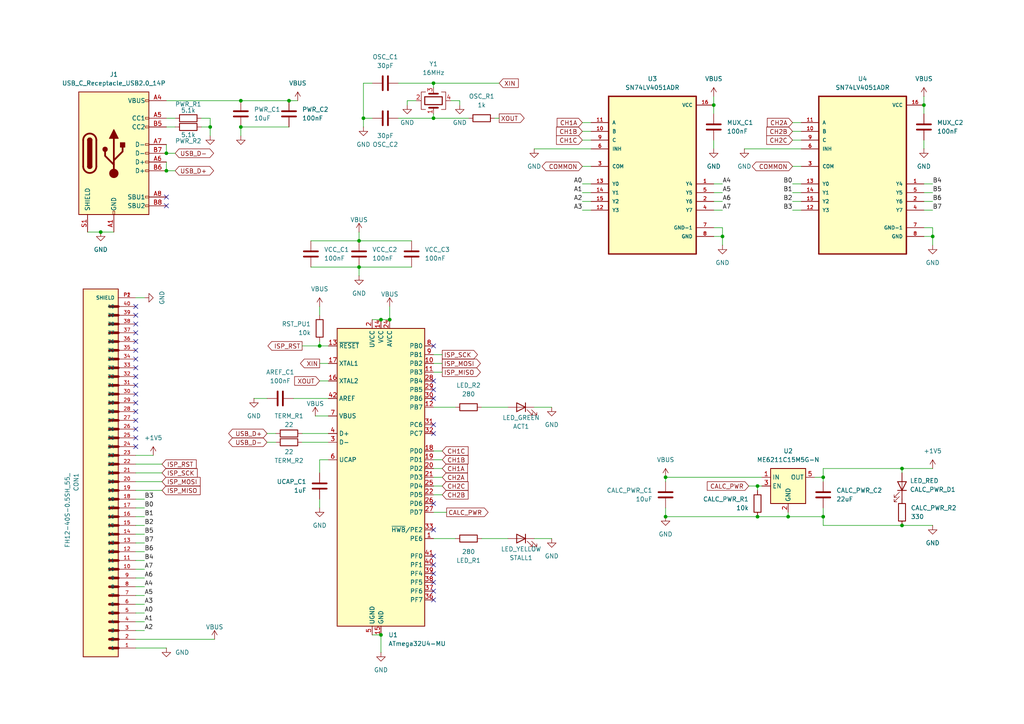
<source format=kicad_sch>
(kicad_sch (version 20250114) (generator "eeschema") (generator_version "9.0")
  (paper "A4")
  (lib_symbols
    (symbol "Connector:USB_C_Receptacle_USB2.0_16P" (pin_names (offset 1.016))
      (property "Reference" "J" (at 0 22.225 0))
      (property "Value" "USB_C_Receptacle_USB2.0_16P" (at 0 19.685 0))
      (symbol "USB_C_Receptacle_USB2.0_16P_1_1"
        (pin passive line (at -7.62 -22.86 90) (length 5.08) (name "SHIELD") (number "S1"))
        (pin passive line (at 0 -22.86 90) (length 5.08) (name "GND") (number "A1"))
        (pin passive line (at 0 -22.86 90) (length 5.08) (hide yes) (name "GND") (number "A12"))
        (pin passive line (at 0 -22.86 90) (length 5.08) (hide yes) (name "GND") (number "B1"))
        (pin passive line (at 0 -22.86 90) (length 5.08) (hide yes) (name "GND") (number "B12"))
        (pin passive line (at 15.24 15.24 180) (length 5.08) (name "VBUS") (number "A4"))
        (pin passive line (at 15.24 15.24 180) (length 5.08) (hide yes) (name "VBUS") (number "A9"))
        (pin passive line (at 15.24 15.24 180) (length 5.08) (hide yes) (name "VBUS") (number "B4"))
        (pin passive line (at 15.24 15.24 180) (length 5.08) (hide yes) (name "VBUS") (number "B9"))
        (pin bidirectional line (at 15.24 10.16 180) (length 5.08) (name "CC1") (number "A5"))
        (pin bidirectional line (at 15.24 7.62 180) (length 5.08) (name "CC2") (number "B5"))
        (pin bidirectional line (at 15.24 2.54 180) (length 5.08) (name "D-") (number "A7"))
        (pin bidirectional line (at 15.24 0 180) (length 5.08) (name "D-") (number "B7"))
        (pin bidirectional line (at 15.24 -2.54 180) (length 5.08) (name "D+") (number "A6"))
        (pin bidirectional line (at 15.24 -5.08 180) (length 5.08) (name "D+") (number "B6"))
        (pin bidirectional line (at 15.24 -12.7 180) (length 5.08) (name "SBU1") (number "A8"))
        (pin bidirectional line (at 15.24 -15.24 180) (length 5.08) (name "SBU2") (number "B8"))
      )
    )
    (symbol "Device:C" (pin_numbers (hide yes)) (pin_names (offset 0.254))
      (property "Reference" "C" (at 0.635 2.54 0))
      (property "Value" "C" (at 0.635 -2.54 0))
      (symbol "C_1_1"
        (pin passive line (at 0 3.81 270) (length 2.794) (name "~") (number "1"))
        (pin passive line (at 0 -3.81 90) (length 2.794) (name "~") (number "2"))
      )
    )
    (symbol "Device:Crystal_GND24" (pin_names (offset 1.016) (hide yes))
      (property "Reference" "Y" (at 3.175 5.08 0))
      (property "Value" "Crystal_GND24" (at 3.175 3.175 0))
      (symbol "Crystal_GND24_1_1"
        (pin passive line (at -3.81 0 0) (length 1.27) (name "1") (number "1"))
        (pin passive line (at 0 5.08 270) (length 1.27) (name "2") (number "2"))
        (pin passive line (at 0 -5.08 90) (length 1.27) (name "4") (number "4"))
        (pin passive line (at 3.81 0 180) (length 1.27) (name "3") (number "3"))
      )
    )
    (symbol "Device:LED" (pin_numbers (hide yes)) (pin_names (offset 1.016) (hide yes))
      (property "Reference" "D" (at 0 2.54 0))
      (property "Value" "LED" (at 0 -2.54 0))
      (symbol "LED_1_1"
        (pin passive line (at -3.81 0 0) (length 2.54) (name "K") (number "1"))
        (pin passive line (at 3.81 0 180) (length 2.54) (name "A") (number "2"))
      )
    )
    (symbol "Device:R" (pin_numbers (hide yes)) (pin_names (offset 0))
      (property "Reference" "R" (at 2.032 0 90))
      (property "Value" "R" (at 0 0 90))
      (symbol "R_1_1"
        (pin passive line (at 0 3.81 270) (length 1.27) (name "~") (number "1"))
        (pin passive line (at 0 -3.81 90) (length 1.27) (name "~") (number "2"))
      )
    )
    (symbol "FH12-40S-0.5SH_55_:FH12-40S-0.5SH_55_" (pin_names (offset 1.016))
      (property "Reference" "P" (at 0 53.4116 0))
      (property "Value" "FH12-40S-0.5SH_55_" (at 0 -55.8878 0))
      (symbol "FH12-40S-0.5SH_55__0_0"
        (pin passive line (at -5.08 50.8 0) (length 5.08) (name "1") (number "1"))
        (pin passive line (at -5.08 48.26 0) (length 5.08) (name "2") (number "2"))
        (pin passive line (at -5.08 45.72 0) (length 5.08) (name "3") (number "3"))
        (pin passive line (at -5.08 43.18 0) (length 5.08) (name "4") (number "4"))
        (pin passive line (at -5.08 40.64 0) (length 5.08) (name "5") (number "5"))
        (pin passive line (at -5.08 38.1 0) (length 5.08) (name "6") (number "6"))
        (pin passive line (at -5.08 35.56 0) (length 5.08) (name "7") (number "7"))
        (pin passive line (at -5.08 33.02 0) (length 5.08) (name "8") (number "8"))
        (pin passive line (at -5.08 30.48 0) (length 5.08) (name "9") (number "9"))
        (pin passive line (at -5.08 27.94 0) (length 5.08) (name "10") (number "10"))
        (pin passive line (at -5.08 25.4 0) (length 5.08) (name "11") (number "11"))
        (pin passive line (at -5.08 22.86 0) (length 5.08) (name "12") (number "12"))
        (pin passive line (at -5.08 20.32 0) (length 5.08) (name "13") (number "13"))
        (pin passive line (at -5.08 17.78 0) (length 5.08) (name "14") (number "14"))
        (pin passive line (at -5.08 15.24 0) (length 5.08) (name "15") (number "15"))
        (pin passive line (at -5.08 12.7 0) (length 5.08) (name "16") (number "16"))
        (pin passive line (at -5.08 10.16 0) (length 5.08) (name "17") (number "17"))
        (pin passive line (at -5.08 7.62 0) (length 5.08) (name "18") (number "18"))
        (pin passive line (at -5.08 5.08 0) (length 5.08) (name "19") (number "19"))
        (pin passive line (at -5.08 2.54 0) (length 5.08) (name "20") (number "20"))
        (pin passive line (at -5.08 0 0) (length 5.08) (name "21") (number "21"))
        (pin passive line (at -5.08 -2.54 0) (length 5.08) (name "22") (number "22"))
        (pin passive line (at -5.08 -5.08 0) (length 5.08) (name "23") (number "23"))
        (pin passive line (at -5.08 -7.62 0) (length 5.08) (name "24") (number "24"))
        (pin passive line (at -5.08 -10.16 0) (length 5.08) (name "25") (number "25"))
        (pin passive line (at -5.08 -12.7 0) (length 5.08) (name "26") (number "26"))
        (pin passive line (at -5.08 -15.24 0) (length 5.08) (name "27") (number "27"))
        (pin passive line (at -5.08 -17.78 0) (length 5.08) (name "28") (number "28"))
        (pin passive line (at -5.08 -20.32 0) (length 5.08) (name "29") (number "29"))
        (pin passive line (at -5.08 -22.86 0) (length 5.08) (name "30") (number "30"))
        (pin passive line (at -5.08 -25.4 0) (length 5.08) (name "31") (number "31"))
        (pin passive line (at -5.08 -27.94 0) (length 5.08) (name "32") (number "32"))
        (pin passive line (at -5.08 -30.48 0) (length 5.08) (name "33") (number "33"))
        (pin passive line (at -5.08 -33.02 0) (length 5.08) (name "34") (number "34"))
        (pin passive line (at -5.08 -35.56 0) (length 5.08) (name "35") (number "35"))
        (pin passive line (at -5.08 -38.1 0) (length 5.08) (name "36") (number "36"))
        (pin passive line (at -5.08 -40.64 0) (length 5.08) (name "37") (number "37"))
        (pin passive line (at -5.08 -43.18 0) (length 5.08) (name "38") (number "38"))
        (pin passive line (at -5.08 -45.72 0) (length 5.08) (name "39") (number "39"))
        (pin passive line (at -5.08 -48.26 0) (length 5.08) (name "40") (number "40"))
        (pin passive line (at -5.08 -50.8 0) (length 5.08) (name "SHIELD") (number "P1"))
        (pin passive line (at -5.08 -50.8 0) (length 5.08) (name "SHIELD") (number "P2"))
      )
    )
    (symbol "MCU_Microchip_ATmega:ATmega32U4-A"
      (property "Reference" "U" (at -12.7 44.45 0))
      (property "Value" "ATmega32U4-A" (at 2.54 -44.45 0))
      (symbol "ATmega32U4-A_1_1"
        (pin input line (at -15.24 38.1 0) (length 2.54) (name "~{RESET}") (number "13"))
        (pin input line (at -15.24 33.02 0) (length 2.54) (name "XTAL1") (number "17"))
        (pin output line (at -15.24 27.94 0) (length 2.54) (name "XTAL2") (number "16"))
        (pin passive line (at -15.24 22.86 0) (length 2.54) (name "AREF") (number "42"))
        (pin input line (at -15.24 17.78 0) (length 2.54) (name "VBUS") (number "7"))
        (pin bidirectional line (at -15.24 12.7 0) (length 2.54) (name "D+") (number "4"))
        (pin bidirectional line (at -15.24 10.16 0) (length 2.54) (name "D-") (number "3"))
        (pin passive line (at -15.24 5.08 0) (length 2.54) (name "UCAP") (number "6"))
        (pin power_in line (at -2.54 45.72 270) (length 2.54) (name "UVCC") (number "2"))
        (pin passive line (at -2.54 -45.72 90) (length 2.54) (name "UGND") (number "5"))
        (pin power_in line (at 0 45.72 270) (length 2.54) (name "VCC") (number "14"))
        (pin passive line (at 0 45.72 270) (length 2.54) (hide yes) (name "VCC") (number "34"))
        (pin power_in line (at 0 -45.72 90) (length 2.54) (name "GND") (number "15"))
        (pin passive line (at 0 -45.72 90) (length 2.54) (hide yes) (name "GND") (number "23"))
        (pin passive line (at 0 -45.72 90) (length 2.54) (hide yes) (name "GND") (number "35"))
        (pin passive line (at 0 -45.72 90) (length 2.54) (hide yes) (name "GND") (number "43"))
        (pin power_in line (at 2.54 45.72 270) (length 2.54) (name "AVCC") (number "24"))
        (pin passive line (at 2.54 45.72 270) (length 2.54) (hide yes) (name "AVCC") (number "44"))
        (pin bidirectional line (at 15.24 38.1 180) (length 2.54) (name "PB0") (number "8"))
        (pin bidirectional line (at 15.24 35.56 180) (length 2.54) (name "PB1") (number "9"))
        (pin bidirectional line (at 15.24 33.02 180) (length 2.54) (name "PB2") (number "10"))
        (pin bidirectional line (at 15.24 30.48 180) (length 2.54) (name "PB3") (number "11"))
        (pin bidirectional line (at 15.24 27.94 180) (length 2.54) (name "PB4") (number "28"))
        (pin bidirectional line (at 15.24 25.4 180) (length 2.54) (name "PB5") (number "29"))
        (pin bidirectional line (at 15.24 22.86 180) (length 2.54) (name "PB6") (number "30"))
        (pin bidirectional line (at 15.24 20.32 180) (length 2.54) (name "PB7") (number "12"))
        (pin bidirectional line (at 15.24 15.24 180) (length 2.54) (name "PC6") (number "31"))
        (pin bidirectional line (at 15.24 12.7 180) (length 2.54) (name "PC7") (number "32"))
        (pin bidirectional line (at 15.24 7.62 180) (length 2.54) (name "PD0") (number "18"))
        (pin bidirectional line (at 15.24 5.08 180) (length 2.54) (name "PD1") (number "19"))
        (pin bidirectional line (at 15.24 2.54 180) (length 2.54) (name "PD2") (number "20"))
        (pin bidirectional line (at 15.24 0 180) (length 2.54) (name "PD3") (number "21"))
        (pin bidirectional line (at 15.24 -2.54 180) (length 2.54) (name "PD4") (number "25"))
        (pin bidirectional line (at 15.24 -5.08 180) (length 2.54) (name "PD5") (number "22"))
        (pin bidirectional line (at 15.24 -7.62 180) (length 2.54) (name "PD6") (number "26"))
        (pin bidirectional line (at 15.24 -10.16 180) (length 2.54) (name "PD7") (number "27"))
        (pin bidirectional line (at 15.24 -15.24 180) (length 2.54) (name "~{HWB}/PE2") (number "33"))
        (pin bidirectional line (at 15.24 -17.78 180) (length 2.54) (name "PE6") (number "1"))
        (pin bidirectional line (at 15.24 -22.86 180) (length 2.54) (name "PF0") (number "41"))
        (pin bidirectional line (at 15.24 -25.4 180) (length 2.54) (name "PF1") (number "40"))
        (pin bidirectional line (at 15.24 -27.94 180) (length 2.54) (name "PF4") (number "39"))
        (pin bidirectional line (at 15.24 -30.48 180) (length 2.54) (name "PF5") (number "38"))
        (pin bidirectional line (at 15.24 -33.02 180) (length 2.54) (name "PF6") (number "37"))
        (pin bidirectional line (at 15.24 -35.56 180) (length 2.54) (name "PF7") (number "36"))
      )
    )
    (symbol "Regulator_Linear:TPS7A0515PDBV"
      (property "Reference" "U" (at -3.81 6.35 0))
      (property "Value" "TPS7A0515PDBV" (at 6.35 6.35 0))
      (symbol "TPS7A0515PDBV_0_1"
        (pin power_in line (at -7.62 2.54 0) (length 2.54) (name "IN") (number "1"))
        (pin input line (at -7.62 0 0) (length 2.54) (name "EN") (number "3"))
        (pin power_in line (at 0 -7.62 90) (length 2.54) (name "GND") (number "2"))
        (pin no_connect line (at 5.08 0 180) (length 2.54) (hide yes) (name "NC") (number "4"))
        (pin power_out line (at 7.62 2.54 180) (length 2.54) (name "OUT") (number "5"))
      )
    )
    (symbol "SN74LV4051ADR:SN74LV4051ADR" (pin_names (offset 1.016))
      (property "Reference" "U" (at -12.7 23.86 0))
      (property "Value" "SN74LV4051ADR" (at -12.7 -26.86 0))
      (symbol "SN74LV4051ADR_0_0"
        (pin input line (at -17.78 15.24 0) (length 5.08) (name "A") (number "11"))
        (pin input line (at -17.78 12.7 0) (length 5.08) (name "B") (number "10"))
        (pin input line (at -17.78 10.16 0) (length 5.08) (name "C") (number "9"))
        (pin input line (at -17.78 7.62 0) (length 5.08) (name "INH") (number "6"))
        (pin bidirectional line (at -17.78 2.54 0) (length 5.08) (name "COM") (number "3"))
        (pin bidirectional line (at -17.78 -2.54 0) (length 5.08) (name "Y0") (number "13"))
        (pin bidirectional line (at -17.78 -5.08 0) (length 5.08) (name "Y1") (number "14"))
        (pin bidirectional line (at -17.78 -7.62 0) (length 5.08) (name "Y2") (number "15"))
        (pin bidirectional line (at -17.78 -10.16 0) (length 5.08) (name "Y3") (number "12"))
        (pin power_in line (at 17.78 20.32 180) (length 5.08) (name "VCC") (number "16"))
        (pin bidirectional line (at 17.78 -2.54 180) (length 5.08) (name "Y4") (number "1"))
        (pin bidirectional line (at 17.78 -5.08 180) (length 5.08) (name "Y5") (number "5"))
        (pin bidirectional line (at 17.78 -7.62 180) (length 5.08) (name "Y6") (number "2"))
        (pin bidirectional line (at 17.78 -10.16 180) (length 5.08) (name "Y7") (number "4"))
        (pin power_in line (at 17.78 -15.24 180) (length 5.08) (name "GND-1") (number "7"))
        (pin power_in line (at 17.78 -17.78 180) (length 5.08) (name "GND") (number "8"))
      )
    )
    (symbol "power:+1V5" (power) (pin_numbers (hide yes)) (pin_names (offset 0) (hide yes))
      (property "Value" "+1V5" (at 0 3.556 0))
      (symbol "+1V5_1_1"
        (pin power_in line (at 0 0 90) (length 0) (name "~") (number "1"))
      )
    )
    (symbol "power:GND" (power) (pin_numbers (hide yes)) (pin_names (offset 0) (hide yes))
      (property "Value" "GND" (at 0 -3.81 0))
      (symbol "GND_1_1"
        (pin power_in line (at 0 0 270) (length 0) (name "~") (number "1"))
      )
    )
    (symbol "power:VBUS" (power) (pin_numbers (hide yes)) (pin_names (offset 0) (hide yes))
      (property "Value" "VBUS" (at 0 3.556 0))
      (symbol "VBUS_1_1"
        (pin power_in line (at 0 0 90) (length 0) (name "~") (number "1"))
      )
    )
  )
  (junction (at 113.03 92.71))
  (junction (at 83.82 29.21))
  (junction (at 270.51 68.58))
  (junction (at 48.26 49.53))
  (junction (at 209.55 68.58))
  (junction (at 125.73 24.13))
  (junction (at 110.49 184.15))
  (junction (at 267.97 30.48))
  (junction (at 219.71 140.97))
  (junction (at 238.76 149.86))
  (junction (at 92.71 100.33))
  (junction (at 105.41 34.29))
  (junction (at 228.6 149.86))
  (junction (at 69.85 29.21))
  (junction (at 60.96 36.83))
  (junction (at 69.85 36.83))
  (junction (at 48.26 44.45))
  (junction (at 207.01 30.48))
  (junction (at 110.49 92.71))
  (junction (at 125.73 34.29))
  (junction (at 261.62 135.89))
  (junction (at 104.14 69.85))
  (junction (at 219.71 149.86))
  (junction (at 261.62 152.4))
  (junction (at 193.04 138.43))
  (junction (at 29.21 67.31))
  (junction (at 104.14 77.47))
  (junction (at 238.76 138.43))
  (junction (at 193.04 149.86))
  (no_connect (at 39.37 114.3))
  (no_connect (at 39.37 121.92))
  (no_connect (at 125.73 100.33))
  (no_connect (at 39.37 101.6))
  (no_connect (at 125.73 173.99))
  (no_connect (at 39.37 91.44))
  (no_connect (at 39.37 99.06))
  (no_connect (at 125.73 113.03))
  (no_connect (at 125.73 123.19))
  (no_connect (at 39.37 119.38))
  (no_connect (at 48.26 59.69))
  (no_connect (at 39.37 96.52))
  (no_connect (at 39.37 124.46))
  (no_connect (at 125.73 146.05))
  (no_connect (at 39.37 106.68))
  (no_connect (at 39.37 129.54))
  (no_connect (at 125.73 161.29))
  (no_connect (at 125.73 125.73))
  (no_connect (at 125.73 163.83))
  (no_connect (at 39.37 104.14))
  (no_connect (at 39.37 109.22))
  (no_connect (at 125.73 166.37))
  (no_connect (at 125.73 115.57))
  (no_connect (at 39.37 111.76))
  (no_connect (at 125.73 171.45))
  (no_connect (at 48.26 57.15))
  (no_connect (at 125.73 168.91))
  (no_connect (at 125.73 153.67))
  (no_connect (at 39.37 88.9))
  (no_connect (at 39.37 93.98))
  (no_connect (at 39.37 116.84))
  (no_connect (at 39.37 127))
  (no_connect (at 125.73 110.49))
  (wire (pts (xy 267.97 30.48) (xy 267.97 33.02)))
  (wire (pts (xy 46.99 137.16) (xy 39.37 137.16)))
  (wire (pts (xy 267.97 53.34) (xy 270.51 53.34)))
  (wire (pts (xy 73.66 115.57) (xy 77.47 115.57)))
  (wire (pts (xy 41.91 180.34) (xy 39.37 180.34)))
  (wire (pts (xy 168.91 55.88) (xy 171.45 55.88)))
  (wire (pts (xy 41.91 144.78) (xy 39.37 144.78)))
  (wire (pts (xy 207.01 60.96) (xy 209.55 60.96)))
  (wire (pts (xy 105.41 34.29) (xy 107.95 34.29)))
  (wire (pts (xy 118.11 29.21) (xy 118.11 30.48)))
  (wire (pts (xy 207.01 43.18) (xy 207.01 40.64)))
  (wire (pts (xy 128.27 140.97) (xy 125.73 140.97)))
  (wire (pts (xy 46.99 134.62) (xy 39.37 134.62)))
  (wire (pts (xy 41.91 157.48) (xy 39.37 157.48)))
  (wire (pts (xy 41.91 165.1) (xy 39.37 165.1)))
  (wire (pts (xy 39.37 132.08) (xy 44.45 132.08)))
  (wire (pts (xy 69.85 36.83) (xy 69.85 39.37)))
  (wire (pts (xy 267.97 55.88) (xy 270.51 55.88)))
  (wire (pts (xy 41.91 172.72) (xy 39.37 172.72)))
  (wire (pts (xy 92.71 100.33) (xy 95.25 100.33)))
  (wire (pts (xy 229.87 58.42) (xy 232.41 58.42)))
  (wire (pts (xy 87.63 128.27) (xy 95.25 128.27)))
  (wire (pts (xy 87.63 125.73) (xy 95.25 125.73)))
  (wire (pts (xy 168.91 48.26) (xy 171.45 48.26)))
  (wire (pts (xy 39.37 185.42) (xy 62.23 185.42)))
  (wire (pts (xy 238.76 135.89) (xy 261.62 135.89)))
  (wire (pts (xy 229.87 48.26) (xy 232.41 48.26)))
  (wire (pts (xy 128.27 143.51) (xy 125.73 143.51)))
  (wire (pts (xy 92.71 137.16) (xy 92.71 133.35)))
  (wire (pts (xy 128.27 138.43) (xy 125.73 138.43)))
  (wire (pts (xy 154.94 43.18) (xy 171.45 43.18)))
  (wire (pts (xy 228.6 149.86) (xy 238.76 149.86)))
  (wire (pts (xy 129.54 148.59) (xy 125.73 148.59)))
  (wire (pts (xy 267.97 27.94) (xy 267.97 30.48)))
  (wire (pts (xy 92.71 88.9) (xy 92.71 91.44)))
  (wire (pts (xy 229.87 40.64) (xy 232.41 40.64)))
  (wire (pts (xy 125.73 156.21) (xy 132.08 156.21)))
  (wire (pts (xy 77.47 125.73) (xy 80.01 125.73)))
  (wire (pts (xy 139.7 118.11) (xy 147.32 118.11)))
  (wire (pts (xy 238.76 152.4) (xy 261.62 152.4)))
  (wire (pts (xy 60.96 39.37) (xy 60.96 36.83)))
  (wire (pts (xy 92.71 144.78) (xy 92.71 147.32)))
  (wire (pts (xy 125.73 105.41) (xy 128.27 105.41)))
  (wire (pts (xy 107.95 92.71) (xy 110.49 92.71)))
  (wire (pts (xy 229.87 38.1) (xy 232.41 38.1)))
  (wire (pts (xy 207.01 27.94) (xy 207.01 30.48)))
  (wire (pts (xy 77.47 128.27) (xy 80.01 128.27)))
  (wire (pts (xy 105.41 36.83) (xy 105.41 34.29)))
  (wire (pts (xy 267.97 60.96) (xy 270.51 60.96)))
  (wire (pts (xy 168.91 60.96) (xy 171.45 60.96)))
  (wire (pts (xy 91.44 120.65) (xy 95.25 120.65)))
  (wire (pts (xy 110.49 92.71) (xy 113.03 92.71)))
  (wire (pts (xy 267.97 66.04) (xy 270.51 66.04)))
  (wire (pts (xy 270.51 68.58) (xy 270.51 71.12)))
  (wire (pts (xy 193.04 149.86) (xy 193.04 147.32)))
  (wire (pts (xy 115.57 24.13) (xy 125.73 24.13)))
  (wire (pts (xy 143.51 34.29) (xy 144.78 34.29)))
  (wire (pts (xy 60.96 34.29) (xy 60.96 36.83)))
  (wire (pts (xy 217.17 140.97) (xy 219.71 140.97)))
  (wire (pts (xy 219.71 149.86) (xy 228.6 149.86)))
  (wire (pts (xy 104.14 77.47) (xy 104.14 80.01)))
  (wire (pts (xy 168.91 40.64) (xy 171.45 40.64)))
  (wire (pts (xy 107.95 184.15) (xy 110.49 184.15)))
  (wire (pts (xy 104.14 67.31) (xy 104.14 69.85)))
  (wire (pts (xy 128.27 133.35) (xy 125.73 133.35)))
  (wire (pts (xy 104.14 77.47) (xy 119.38 77.47)))
  (wire (pts (xy 219.71 142.24) (xy 219.71 140.97)))
  (wire (pts (xy 48.26 44.45) (xy 50.8 44.45)))
  (wire (pts (xy 238.76 139.7) (xy 238.76 138.43)))
  (wire (pts (xy 219.71 140.97) (xy 220.98 140.97)))
  (wire (pts (xy 125.73 107.95) (xy 128.27 107.95)))
  (wire (pts (xy 154.94 118.11) (xy 160.02 118.11)))
  (wire (pts (xy 41.91 86.36) (xy 39.37 86.36)))
  (wire (pts (xy 41.91 182.88) (xy 39.37 182.88)))
  (wire (pts (xy 238.76 152.4) (xy 238.76 149.86)))
  (wire (pts (xy 90.17 77.47) (xy 104.14 77.47)))
  (wire (pts (xy 41.91 152.4) (xy 39.37 152.4)))
  (wire (pts (xy 41.91 175.26) (xy 39.37 175.26)))
  (wire (pts (xy 238.76 149.86) (xy 238.76 147.32)))
  (wire (pts (xy 270.51 66.04) (xy 270.51 68.58)))
  (wire (pts (xy 267.97 58.42) (xy 270.51 58.42)))
  (wire (pts (xy 41.91 177.8) (xy 39.37 177.8)))
  (wire (pts (xy 41.91 154.94) (xy 39.37 154.94)))
  (wire (pts (xy 110.49 184.15) (xy 110.49 189.23)))
  (wire (pts (xy 209.55 68.58) (xy 209.55 71.12)))
  (wire (pts (xy 238.76 138.43) (xy 236.22 138.43)))
  (wire (pts (xy 125.73 102.87) (xy 128.27 102.87)))
  (wire (pts (xy 41.91 149.86) (xy 39.37 149.86)))
  (wire (pts (xy 193.04 139.7) (xy 193.04 138.43)))
  (wire (pts (xy 125.73 118.11) (xy 132.08 118.11)))
  (wire (pts (xy 85.09 115.57) (xy 95.25 115.57)))
  (wire (pts (xy 215.9 43.18) (xy 232.41 43.18)))
  (wire (pts (xy 29.21 67.31) (xy 33.02 67.31)))
  (wire (pts (xy 105.41 24.13) (xy 105.41 34.29)))
  (wire (pts (xy 25.4 67.31) (xy 29.21 67.31)))
  (wire (pts (xy 48.26 36.83) (xy 50.8 36.83)))
  (wire (pts (xy 261.62 152.4) (xy 270.51 152.4)))
  (wire (pts (xy 238.76 135.89) (xy 238.76 138.43)))
  (wire (pts (xy 90.17 69.85) (xy 104.14 69.85)))
  (wire (pts (xy 193.04 149.86) (xy 219.71 149.86)))
  (wire (pts (xy 209.55 66.04) (xy 209.55 68.58)))
  (wire (pts (xy 133.35 29.21) (xy 133.35 30.48)))
  (wire (pts (xy 105.41 24.13) (xy 107.95 24.13)))
  (wire (pts (xy 261.62 135.89) (xy 270.51 135.89)))
  (wire (pts (xy 228.6 149.86) (xy 228.6 148.59)))
  (wire (pts (xy 120.65 29.21) (xy 118.11 29.21)))
  (wire (pts (xy 39.37 187.96) (xy 48.26 187.96)))
  (wire (pts (xy 125.73 34.29) (xy 115.57 34.29)))
  (wire (pts (xy 41.91 170.18) (xy 39.37 170.18)))
  (wire (pts (xy 41.91 162.56) (xy 39.37 162.56)))
  (wire (pts (xy 46.99 139.7) (xy 39.37 139.7)))
  (wire (pts (xy 58.42 34.29) (xy 60.96 34.29)))
  (wire (pts (xy 48.26 41.91) (xy 48.26 44.45)))
  (wire (pts (xy 207.01 58.42) (xy 209.55 58.42)))
  (wire (pts (xy 46.99 142.24) (xy 39.37 142.24)))
  (wire (pts (xy 128.27 135.89) (xy 125.73 135.89)))
  (wire (pts (xy 261.62 135.89) (xy 261.62 137.16)))
  (wire (pts (xy 168.91 38.1) (xy 171.45 38.1)))
  (wire (pts (xy 48.26 34.29) (xy 50.8 34.29)))
  (wire (pts (xy 60.96 36.83) (xy 58.42 36.83)))
  (wire (pts (xy 125.73 33.02) (xy 125.73 34.29)))
  (wire (pts (xy 168.91 35.56) (xy 171.45 35.56)))
  (wire (pts (xy 125.73 24.13) (xy 144.78 24.13)))
  (wire (pts (xy 154.94 156.21) (xy 160.02 156.21)))
  (wire (pts (xy 125.73 34.29) (xy 135.89 34.29)))
  (wire (pts (xy 267.97 40.64) (xy 267.97 43.18)))
  (wire (pts (xy 48.26 49.53) (xy 50.8 49.53)))
  (wire (pts (xy 139.7 156.21) (xy 147.32 156.21)))
  (wire (pts (xy 69.85 29.21) (xy 83.82 29.21)))
  (wire (pts (xy 92.71 99.06) (xy 92.71 100.33)))
  (wire (pts (xy 267.97 68.58) (xy 270.51 68.58)))
  (wire (pts (xy 229.87 53.34) (xy 232.41 53.34)))
  (wire (pts (xy 207.01 53.34) (xy 209.55 53.34)))
  (wire (pts (xy 92.71 110.49) (xy 95.25 110.49)))
  (wire (pts (xy 168.91 58.42) (xy 171.45 58.42)))
  (wire (pts (xy 113.03 88.9) (xy 113.03 92.71)))
  (wire (pts (xy 130.81 29.21) (xy 133.35 29.21)))
  (wire (pts (xy 207.01 30.48) (xy 207.01 33.02)))
  (wire (pts (xy 229.87 60.96) (xy 232.41 60.96)))
  (wire (pts (xy 87.63 100.33) (xy 92.71 100.33)))
  (wire (pts (xy 128.27 130.81) (xy 125.73 130.81)))
  (wire (pts (xy 41.91 167.64) (xy 39.37 167.64)))
  (wire (pts (xy 125.73 24.13) (xy 125.73 25.4)))
  (wire (pts (xy 48.26 46.99) (xy 48.26 49.53)))
  (wire (pts (xy 104.14 69.85) (xy 119.38 69.85)))
  (wire (pts (xy 207.01 66.04) (xy 209.55 66.04)))
  (wire (pts (xy 48.26 29.21) (xy 69.85 29.21)))
  (wire (pts (xy 41.91 160.02) (xy 39.37 160.02)))
  (wire (pts (xy 168.91 53.34) (xy 171.45 53.34)))
  (wire (pts (xy 193.04 138.43) (xy 220.98 138.43)))
  (wire (pts (xy 41.91 147.32) (xy 39.37 147.32)))
  (wire (pts (xy 83.82 29.21) (xy 86.36 29.21)))
  (wire (pts (xy 92.71 133.35) (xy 95.25 133.35)))
  (wire (pts (xy 92.71 105.41) (xy 95.25 105.41)))
  (wire (pts (xy 207.01 55.88) (xy 209.55 55.88)))
  (wire (pts (xy 207.01 68.58) (xy 209.55 68.58)))
  (wire (pts (xy 229.87 55.88) (xy 232.41 55.88)))
  (wire (pts (xy 69.85 36.83) (xy 83.82 36.83)))
  (wire (pts (xy 229.87 35.56) (xy 232.41 35.56)))
  (label "B6" (at 41.91 160.02 0))
  (label "B2" (at 41.91 152.4 0))
  (label "A4" (at 209.55 53.34 0))
  (label "B5" (at 270.51 55.88 0))
  (label "A3" (at 168.91 60.96 180))
  (label "B0" (at 41.91 147.32 0))
  (label "A1" (at 41.91 180.34 0))
  (label "B7" (at 41.91 157.48 0))
  (label "A4" (at 41.91 170.18 0))
  (label "B7" (at 270.51 60.96 0))
  (label "A2" (at 168.91 58.42 180))
  (label "B4" (at 41.91 162.56 0))
  (label "A0" (at 168.91 53.34 180))
  (label "A7" (at 209.55 60.96 0))
  (label "B6" (at 270.51 58.42 0))
  (label "B3" (at 41.91 144.78 0))
  (label "A0" (at 41.91 177.8 0))
  (label "A5" (at 209.55 55.88 0))
  (label "B2" (at 229.87 58.42 180))
  (label "A6" (at 41.91 167.64 0))
  (label "A6" (at 209.55 58.42 0))
  (label "A1" (at 168.91 55.88 180))
  (label "A2" (at 41.91 182.88 0))
  (label "B3" (at 229.87 60.96 180))
  (label "B4" (at 270.51 53.34 0))
  (label "A5" (at 41.91 172.72 0))
  (label "A7" (at 41.91 165.1 0))
  (label "A3" (at 41.91 175.26 0))
  (label "B1" (at 229.87 55.88 180))
  (label "B0" (at 229.87 53.34 180))
  (label "B1" (at 41.91 149.86 0))
  (label "B5" (at 41.91 154.94 0))
  (global_label "CH2B" (shape input) (at 229.87 38.1 180) (property "Intersheetrefs" "${INTERSHEET_REFS}" (effects (hide yes))))
  (global_label "USB_D+" (shape bidirectional) (at 77.47 125.73 180) (property "Intersheetrefs" "${INTERSHEET_REFS}" (effects (hide yes))))
  (global_label "CH1B" (shape input) (at 128.27 133.35 0) (property "Intersheetrefs" "${INTERSHEET_REFS}" (effects (hide yes))))
  (global_label "XIN" (shape output) (at 92.71 105.41 180) (property "Intersheetrefs" "${INTERSHEET_REFS}" (effects (hide yes))))
  (global_label "USB_D+" (shape bidirectional) (at 50.8 49.53 0) (property "Intersheetrefs" "${INTERSHEET_REFS}" (effects (hide yes))))
  (global_label "ISP_SCK" (shape input) (at 46.99 137.16 0) (property "Intersheetrefs" "${INTERSHEET_REFS}" (effects (hide yes))))
  (global_label "CH2A" (shape input) (at 128.27 138.43 0) (property "Intersheetrefs" "${INTERSHEET_REFS}" (effects (hide yes))))
  (global_label "CH1A" (shape input) (at 128.27 135.89 0) (property "Intersheetrefs" "${INTERSHEET_REFS}" (effects (hide yes))))
  (global_label "CH2B" (shape input) (at 128.27 143.51 0) (property "Intersheetrefs" "${INTERSHEET_REFS}" (effects (hide yes))))
  (global_label "CALC_PWR" (shape output) (at 129.54 148.59 0) (property "Intersheetrefs" "${INTERSHEET_REFS}" (effects (hide yes))))
  (global_label "USB_D-" (shape bidirectional) (at 50.8 44.45 0) (property "Intersheetrefs" "${INTERSHEET_REFS}" (effects (hide yes))))
  (global_label "COMMON" (shape bidirectional) (at 229.87 48.26 180) (property "Intersheetrefs" "${INTERSHEET_REFS}" (effects (hide yes))))
  (global_label "CH2C" (shape input) (at 128.27 140.97 0) (property "Intersheetrefs" "${INTERSHEET_REFS}" (effects (hide yes))))
  (global_label "ISP_MISO" (shape input) (at 46.99 142.24 0) (property "Intersheetrefs" "${INTERSHEET_REFS}" (effects (hide yes))))
  (global_label "XIN" (shape input) (at 144.78 24.13 0) (property "Intersheetrefs" "${INTERSHEET_REFS}" (effects (hide yes))))
  (global_label "ISP_MOSI" (shape output) (at 128.27 105.41 0) (property "Intersheetrefs" "${INTERSHEET_REFS}" (effects (hide yes))))
  (global_label "CH1C" (shape input) (at 128.27 130.81 0) (property "Intersheetrefs" "${INTERSHEET_REFS}" (effects (hide yes))))
  (global_label "ISP_MOSI" (shape input) (at 46.99 139.7 0) (property "Intersheetrefs" "${INTERSHEET_REFS}" (effects (hide yes))))
  (global_label "USB_D-" (shape bidirectional) (at 77.47 128.27 180) (property "Intersheetrefs" "${INTERSHEET_REFS}" (effects (hide yes))))
  (global_label "ISP_RST" (shape output) (at 87.63 100.33 180) (property "Intersheetrefs" "${INTERSHEET_REFS}" (effects (hide yes))))
  (global_label "CH1B" (shape input) (at 168.91 38.1 180) (property "Intersheetrefs" "${INTERSHEET_REFS}" (effects (hide yes))))
  (global_label "ISP_RST" (shape input) (at 46.99 134.62 0) (property "Intersheetrefs" "${INTERSHEET_REFS}" (effects (hide yes))))
  (global_label "XOUT" (shape input) (at 92.71 110.49 180) (property "Intersheetrefs" "${INTERSHEET_REFS}" (effects (hide yes))))
  (global_label "CH1A" (shape input) (at 168.91 35.56 180) (property "Intersheetrefs" "${INTERSHEET_REFS}" (effects (hide yes))))
  (global_label "XOUT" (shape output) (at 144.78 34.29 0) (property "Intersheetrefs" "${INTERSHEET_REFS}" (effects (hide yes))))
  (global_label "CH2A" (shape input) (at 229.87 35.56 180) (property "Intersheetrefs" "${INTERSHEET_REFS}" (effects (hide yes))))
  (global_label "CH2C" (shape input) (at 229.87 40.64 180) (property "Intersheetrefs" "${INTERSHEET_REFS}" (effects (hide yes))))
  (global_label "ISP_SCK" (shape output) (at 128.27 102.87 0) (property "Intersheetrefs" "${INTERSHEET_REFS}" (effects (hide yes))))
  (global_label "CALC_PWR" (shape input) (at 217.17 140.97 180) (property "Intersheetrefs" "${INTERSHEET_REFS}" (effects (hide yes))))
  (global_label "CH1C" (shape input) (at 168.91 40.64 180) (property "Intersheetrefs" "${INTERSHEET_REFS}" (effects (hide yes))))
  (global_label "COMMON" (shape bidirectional) (at 168.91 48.26 180) (property "Intersheetrefs" "${INTERSHEET_REFS}" (effects (hide yes))))
  (global_label "ISP_MISO" (shape output) (at 128.27 107.95 0) (property "Intersheetrefs" "${INTERSHEET_REFS}" (effects (hide yes))))
  (symbol (lib_id "FH12-40S-0.5SH_55_:FH12-40S-0.5SH_55_") (at 34.29 137.16 180) (unit 1)
    (property "Reference" "CON1" (at 22.098 137.16 90) (effects (justify left)))
    (property "Value" "FH12-40S-0.5SH_55_" (at 19.558 137.16 90) (effects (justify left)))
    (property "Footprint" "FH12-40S-0.5SH_55_:HRS_FH12-40S-0.5SH_55_" (effects (hide yes)))
    (property "MF" "Hirose" (effects (hide yes)))
    (property "Description_1" "40 Position FFC, FPC Connector Contacts, Bottom 0.020 (0.50mm) Surface Mount, Right Angle" (effects (hide yes)))
    (property "Package" "None" (effects (hide yes)))
    (property "Price" "None" (effects (hide yes)))
    (property "Check_prices" "https://www.snapeda.com/parts/FH12-40S-0.5SH(55)/Hirose+Electric+Co+Ltd/view-part/?ref=eda" (effects (hide yes)))
    (property "SnapEDA_Link" "https://www.snapeda.com/parts/FH12-40S-0.5SH(55)/Hirose+Electric+Co+Ltd/view-part/?ref=snap" (effects (hide yes)))
    (property "MP" "FH12-40S-0.5SH(55)" (effects (hide yes)))
    (property "Availability" "In Stock" (effects (hide yes)))
    (property "MANUFACTURER" "Hirose Electric Co Ltd" (effects (hide yes)))
  )
  (symbol (lib_id "power:GND") (at 92.71 147.32 0) (unit 1)
    (property "Reference" "#PWR019" (effects (hide yes)))
    (property "Value" "GND" (at 92.71 152.4 0))
    (property "Description" "Power symbol creates a global label with name \"GND\" , ground" (effects (hide yes)))
  )
  (symbol (lib_id "Device:R") (at 83.82 128.27 270) (mirror x) (unit 1)
    (property "Reference" "TERM_R2" (at 83.82 133.604 90))
    (property "Value" "22" (at 83.82 131.064 90))
    (property "Footprint" "Resistor_SMD:R_0402_1005Metric" (effects (hide yes)))
    (property "Description" "Resistor" (effects (hide yes)))
  )
  (symbol (lib_id "power:VBUS") (at 92.71 88.9 0) (unit 1)
    (property "Reference" "#PWR018" (effects (hide yes)))
    (property "Value" "VBUS" (at 92.71 83.82 0))
    (property "Description" "Power symbol creates a global label with name \"VBUS\"" (effects (hide yes)))
  )
  (symbol (lib_id "Regulator_Linear:TPS7A0515PDBV") (at 228.6 140.97 0) (unit 1)
    (property "Reference" "U2" (at 228.6 130.81 0))
    (property "Value" "ME6211C15M5G-N" (at 228.6 133.35 0))
    (property "Footprint" "Package_TO_SOT_SMD:SOT-23-5" (effects (hide yes)))
    (property "Datasheet" "https://www.ti.com/lit/ds/symlink/tps7a05.pdf" (effects (hide yes)))
    (property "Description" "-40℃~+85℃@(Ta) -50dB@(10kHz) 1 1.5V 250mV@(500mA) 25uA 30uVrms 5.5V 500mA Fixed Over Current Protection Positive SOT-23-5 Voltage Regulators - Linear, Low Drop Out (LDO) Regulators ROHS" (effects (hide yes)))
  )
  (symbol (lib_id "Device:C") (at 111.76 34.29 90) (mirror x) (unit 1)
    (property "Reference" "OSC_C2" (at 111.76 41.91 90))
    (property "Value" "30pF" (at 111.76 39.37 90))
    (property "Footprint" "Capacitor_SMD:C_0402_1005Metric" (effects (hide yes)))
    (property "Description" "Unpolarized capacitor" (effects (hide yes)))
  )
  (symbol (lib_id "power:GND") (at 160.02 156.21 0) (unit 1)
    (property "Reference" "#PWR026" (effects (hide yes)))
    (property "Value" "GND" (at 160.02 161.29 0))
    (property "Description" "Power symbol creates a global label with name \"GND\" , ground" (effects (hide yes)))
  )
  (symbol (lib_id "power:GND") (at 104.14 80.01 0) (unit 1)
    (property "Reference" "#PWR022" (effects (hide yes)))
    (property "Value" "GND" (at 104.14 85.09 0))
    (property "Description" "Power symbol creates a global label with name \"GND\" , ground" (effects (hide yes)))
  )
  (symbol (lib_id "power:GND") (at 48.26 187.96 0) (unit 1)
    (property "Reference" "#PWR034" (effects (hide yes)))
    (property "Value" "GND" (at 50.8 189.2299 0) (effects (justify left)))
    (property "Description" "Power symbol creates a global label with name \"GND\" , ground" (effects (hide yes)))
  )
  (symbol (lib_id "Device:C") (at 83.82 33.02 0) (unit 1)
    (property "Reference" "PWR_C2" (at 87.63 31.7499 0) (effects (justify left)))
    (property "Value" "100nF" (at 87.63 34.2899 0) (effects (justify left)))
    (property "Footprint" "Capacitor_SMD:C_0402_1005Metric" (effects (hide yes)))
    (property "Description" "Unpolarized capacitor" (effects (hide yes)))
  )
  (symbol (lib_id "power:VBUS") (at 193.04 138.43 0) (unit 1)
    (property "Reference" "#PWR035" (effects (hide yes)))
    (property "Value" "VBUS" (at 193.04 133.35 0))
    (property "Description" "Power symbol creates a global label with name \"VBUS\"" (effects (hide yes)))
  )
  (symbol (lib_id "power:GND") (at 41.91 86.36 90) (unit 1)
    (property "Reference" "#PWR06" (effects (hide yes)))
    (property "Value" "GND" (at 46.99 86.36 0))
    (property "Description" "Power symbol creates a global label with name \"GND\" , ground" (effects (hide yes)))
  )
  (symbol (lib_id "Device:R") (at 219.71 146.05 0) (mirror y) (unit 1)
    (property "Reference" "CALC_PWR_R1" (at 217.17 144.7799 0) (effects (justify left)))
    (property "Value" "10k" (at 217.17 147.3199 0) (effects (justify left)))
    (property "Footprint" "Capacitor_SMD:C_0402_1005Metric" (effects (hide yes)))
    (property "Description" "Resistor" (effects (hide yes)))
  )
  (symbol (lib_id "power:GND") (at 209.55 71.12 0) (unit 1)
    (property "Reference" "#PWR02" (effects (hide yes)))
    (property "Value" "GND" (at 209.55 76.2 0))
    (property "Description" "Power symbol creates a global label with name \"GND\" , ground" (effects (hide yes)))
  )
  (symbol (lib_id "power:+1V5") (at 270.51 135.89 0) (unit 1)
    (property "Reference" "#PWR043" (effects (hide yes)))
    (property "Value" "+1V5" (at 270.51 130.81 0))
    (property "Description" "Power symbol creates a global label with name \"+1V5\"" (effects (hide yes)))
  )
  (symbol (lib_id "power:VBUS") (at 62.23 185.42 0) (unit 1)
    (property "Reference" "#PWR033" (effects (hide yes)))
    (property "Value" "VBUS" (at 62.23 181.864 0))
    (property "Description" "Power symbol creates a global label with name \"VBUS\"" (effects (hide yes)))
  )
  (symbol (lib_id "power:GND") (at 207.01 43.18 0) (unit 1)
    (property "Reference" "#PWR016" (effects (hide yes)))
    (property "Value" "GND" (at 207.01 48.26 0))
    (property "Description" "Power symbol creates a global label with name \"GND\" , ground" (effects (hide yes)))
  )
  (symbol (lib_id "power:GND") (at 73.66 115.57 0) (unit 1)
    (property "Reference" "#PWR013" (effects (hide yes)))
    (property "Value" "GND" (at 73.66 120.65 0))
    (property "Description" "Power symbol creates a global label with name \"GND\" , ground" (effects (hide yes)))
  )
  (symbol (lib_id "Device:R") (at 92.71 95.25 0) (mirror x) (unit 1)
    (property "Reference" "RST_PU1" (at 90.17 93.9799 0) (effects (justify right)))
    (property "Value" "10k" (at 90.17 96.5199 0) (effects (justify right)))
    (property "Footprint" "Resistor_SMD:R_0402_1005Metric" (effects (hide yes)))
    (property "Description" "Resistor" (effects (hide yes)))
  )
  (symbol (lib_id "power:+1V5") (at 44.45 132.08 0) (unit 1)
    (property "Reference" "#PWR044" (effects (hide yes)))
    (property "Value" "+1V5" (at 44.45 127 0))
    (property "Description" "Power symbol creates a global label with name \"+1V5\"" (effects (hide yes)))
  )
  (symbol (lib_id "power:GND") (at 160.02 118.11 0) (unit 1)
    (property "Reference" "#PWR027" (effects (hide yes)))
    (property "Value" "GND" (at 160.02 123.19 0))
    (property "Description" "Power symbol creates a global label with name \"GND\" , ground" (effects (hide yes)))
  )
  (symbol (lib_id "power:GND") (at 267.97 43.18 0) (unit 1)
    (property "Reference" "#PWR024" (effects (hide yes)))
    (property "Value" "GND" (at 267.97 48.26 0))
    (property "Description" "Power symbol creates a global label with name \"GND\" , ground" (effects (hide yes)))
  )
  (symbol (lib_id "Device:R") (at 261.62 148.59 180) (unit 1)
    (property "Reference" "CALC_PWR_R2" (at 264.16 147.3199 0) (effects (justify right)))
    (property "Value" "330" (at 264.16 149.8599 0) (effects (justify right)))
    (property "Footprint" "Capacitor_SMD:C_0402_1005Metric" (effects (hide yes)))
    (property "Description" "Resistor" (effects (hide yes)))
  )
  (symbol (lib_id "Device:R") (at 83.82 125.73 90) (unit 1)
    (property "Reference" "TERM_R1" (at 83.82 120.65 90))
    (property "Value" "22" (at 83.82 123.19 90))
    (property "Footprint" "Resistor_SMD:R_0402_1005Metric" (effects (hide yes)))
    (property "Description" "Resistor" (effects (hide yes)))
  )
  (symbol (lib_id "power:VBUS") (at 86.36 29.21 0) (unit 1)
    (property "Reference" "#PWR012" (effects (hide yes)))
    (property "Value" "VBUS" (at 86.36 24.13 0))
    (property "Description" "Power symbol creates a global label with name \"VBUS\"" (effects (hide yes)))
  )
  (symbol (lib_id "SN74LV4051ADR:SN74LV4051ADR") (at 250.19 50.8 0) (unit 1)
    (property "Reference" "U4" (at 250.19 22.86 0))
    (property "Value" "SN74LV4051ADR" (at 250.19 25.4 0))
    (property "Footprint" "SN74LV4051ADR:SOIC127P600X175-16N" (effects (hide yes)))
    (property "MF" "Texas Instruments" (effects (hide yes)))
    (property "Description_1" "5V 8:1 one-channel general-purpose analog multiplexer" (effects (hide yes)))
    (property "Package" "SOIC-16 Texas Instruments" (effects (hide yes)))
    (property "Price" "None" (effects (hide yes)))
    (property "SnapEDA_Link" "https://www.snapeda.com/parts/SN74LV4051ADR/Texas+Instruments/view-part/?ref=snap" (effects (hide yes)))
    (property "MP" "SN74LV4051ADR" (effects (hide yes)))
    (property "Availability" "In Stock" (effects (hide yes)))
    (property "Check_prices" "https://www.snapeda.com/parts/SN74LV4051ADR/Texas+Instruments/view-part/?ref=eda" (effects (hide yes)))
  )
  (symbol (lib_id "Device:C") (at 119.38 73.66 0) (unit 1)
    (property "Reference" "VCC_C3" (at 123.19 72.3899 0) (effects (justify left)))
    (property "Value" "100nF" (at 123.19 74.9299 0) (effects (justify left)))
    (property "Footprint" "Capacitor_SMD:C_0402_1005Metric" (effects (hide yes)))
    (property "Description" "Unpolarized capacitor" (effects (hide yes)))
  )
  (symbol (lib_id "power:VBUS") (at 113.03 88.9 0) (unit 1)
    (property "Reference" "#PWR023" (effects (hide yes)))
    (property "Value" "VBUS" (at 113.03 85.344 0))
    (property "Description" "Power symbol creates a global label with name \"VBUS\"" (effects (hide yes)))
  )
  (symbol (lib_id "Device:C") (at 81.28 115.57 270) (unit 1)
    (property "Reference" "AREF_C1" (at 81.28 107.95 90))
    (property "Value" "100nF" (at 81.28 110.49 90))
    (property "Footprint" "Capacitor_SMD:C_0402_1005Metric" (effects (hide yes)))
    (property "Description" "Unpolarized capacitor" (effects (hide yes)))
  )
  (symbol (lib_id "Device:LED") (at 151.13 156.21 0) (mirror y) (unit 1)
    (property "Reference" "STALL1" (at 151.13 161.798 0))
    (property "Value" "LED_YELLOW" (at 151.13 159.258 0))
    (property "Footprint" "LED_SMD:LED_0402_1005Metric" (effects (hide yes)))
    (property "Description" "Light emitting diode" (effects (hide yes)))
    (property "Sim.Pins" "1=K 2=A" (effects (hide yes)))
  )
  (symbol (lib_id "power:VBUS") (at 91.44 120.65 0) (unit 1)
    (property "Reference" "#PWR017" (effects (hide yes)))
    (property "Value" "VBUS" (at 91.44 117.094 0))
    (property "Description" "Power symbol creates a global label with name \"VBUS\"" (effects (hide yes)))
  )
  (symbol (lib_id "MCU_Microchip_ATmega:ATmega32U4-A") (at 110.49 138.43 0) (unit 1)
    (property "Reference" "U1" (at 112.6333 184.15 0) (effects (justify left)))
    (property "Value" "ATmega32U4-MU" (at 112.6333 186.69 0) (effects (justify left)))
    (property "Footprint" "Package_DFN_QFN:QFN-44-1EP_7x7mm_P0.5mm_EP5.15x5.15mm" (effects (hide yes)))
    (property "Datasheet" "http://ww1.microchip.com/downloads/en/DeviceDoc/Atmel-7766-8-bit-AVR-ATmega16U4-32U4_Datasheet.pdf" (effects (hide yes)))
    (property "Description" "16MHz, 32kB Flash, 2.5kB SRAM, 1kB EEPROM, USB 2.0, TQFP-44" (effects (hide yes)))
  )
  (symbol (lib_id "power:GND") (at 133.35 30.48 0) (unit 1)
    (property "Reference" "#PWR07" (effects (hide yes)))
    (property "Value" "GND" (at 133.35 35.56 0))
    (property "Description" "Power symbol creates a global label with name \"GND\" , ground" (effects (hide yes)))
  )
  (symbol (lib_id "Device:LED") (at 151.13 118.11 0) (mirror y) (unit 1)
    (property "Reference" "ACT1" (at 151.13 123.698 0))
    (property "Value" "LED_GREEN" (at 151.13 121.158 0))
    (property "Footprint" "LED_SMD:LED_0402_1005Metric" (effects (hide yes)))
    (property "Description" "Light emitting diode" (effects (hide yes)))
    (property "Sim.Pins" "1=K 2=A" (effects (hide yes)))
  )
  (symbol (lib_id "Device:R") (at 54.61 36.83 90) (unit 1)
    (property "Reference" "PWR_R2" (at 54.61 40.894 90))
    (property "Value" "5.1k" (at 54.61 39.116 90))
    (property "Footprint" "Resistor_SMD:R_0402_1005Metric" (effects (hide yes)))
    (property "Description" "Resistor" (effects (hide yes)))
  )
  (symbol (lib_id "Device:LED") (at 261.62 140.97 270) (mirror x) (unit 1)
    (property "Reference" "CALC_PWR_D1" (at 263.906 141.986 90) (effects (justify left)))
    (property "Value" "LED_RED" (at 263.906 139.446 90) (effects (justify left)))
    (property "Footprint" "LED_SMD:LED_0402_1005Metric" (effects (hide yes)))
    (property "Description" "Light emitting diode" (effects (hide yes)))
    (property "Sim.Pins" "1=K 2=A" (effects (hide yes)))
  )
  (symbol (lib_id "Device:C") (at 111.76 24.13 90) (unit 1)
    (property "Reference" "OSC_C1" (at 111.76 16.51 90))
    (property "Value" "30pF" (at 111.76 19.05 90))
    (property "Footprint" "Capacitor_SMD:C_0402_1005Metric" (effects (hide yes)))
    (property "Description" "Unpolarized capacitor" (effects (hide yes)))
  )
  (symbol (lib_id "Device:R") (at 54.61 34.29 90) (unit 1)
    (property "Reference" "PWR_R1" (at 54.61 30.226 90))
    (property "Value" "5.1k" (at 54.61 32.004 90))
    (property "Footprint" "Resistor_SMD:R_0402_1005Metric" (effects (hide yes)))
    (property "Description" "Resistor" (effects (hide yes)))
  )
  (symbol (lib_id "power:GND") (at 270.51 152.4 0) (unit 1)
    (property "Reference" "#PWR042" (effects (hide yes)))
    (property "Value" "GND" (at 270.51 157.48 0))
    (property "Description" "Power symbol creates a global label with name \"GND\" , ground" (effects (hide yes)))
  )
  (symbol (lib_id "Device:C") (at 193.04 143.51 0) (mirror x) (unit 1)
    (property "Reference" "CALC_PWR_C1" (at 189.23 142.2399 0) (effects (justify right)))
    (property "Value" "10uF" (at 189.23 144.7799 0) (effects (justify right)))
    (property "Footprint" "Capacitor_SMD:C_0603_1608Metric" (effects (hide yes)))
    (property "Description" "Unpolarized capacitor" (effects (hide yes)))
  )
  (symbol (lib_id "power:GND") (at 69.85 39.37 0) (unit 1)
    (property "Reference" "#PWR09" (effects (hide yes)))
    (property "Value" "GND" (effects (hide yes)))
    (property "Description" "Power symbol creates a global label with name \"GND\" , ground" (effects (hide yes)))
  )
  (symbol (lib_id "Device:C") (at 92.71 140.97 0) (mirror y) (unit 1)
    (property "Reference" "UCAP_C1" (at 88.9 139.6999 0) (effects (justify left)))
    (property "Value" "1uF" (at 88.9 142.2399 0) (effects (justify left)))
    (property "Footprint" "Capacitor_SMD:C_0402_1005Metric" (effects (hide yes)))
    (property "Description" "Unpolarized capacitor" (effects (hide yes)))
  )
  (symbol (lib_id "Device:C") (at 207.01 36.83 180) (unit 1)
    (property "Reference" "MUX_C1" (at 210.82 35.5599 0) (effects (justify right)))
    (property "Value" "100nF" (at 210.82 38.0999 0) (effects (justify right)))
    (property "Footprint" "Capacitor_SMD:C_0402_1005Metric" (effects (hide yes)))
    (property "Description" "Unpolarized capacitor" (effects (hide yes)))
  )
  (symbol (lib_id "power:GND") (at 270.51 71.12 0) (unit 1)
    (property "Reference" "#PWR015" (effects (hide yes)))
    (property "Value" "GND" (at 270.51 76.2 0))
    (property "Description" "Power symbol creates a global label with name \"GND\" , ground" (effects (hide yes)))
  )
  (symbol (lib_id "power:VBUS") (at 104.14 67.31 0) (unit 1)
    (property "Reference" "#PWR021" (effects (hide yes)))
    (property "Value" "VBUS" (at 104.14 63.754 0))
    (property "Description" "Power symbol creates a global label with name \"VBUS\"" (effects (hide yes)))
  )
  (symbol (lib_id "Connector:USB_C_Receptacle_USB2.0_16P") (at 33.02 44.45 0) (unit 1)
    (property "Reference" "J1" (at 33.02 21.59 0))
    (property "Value" "USB_C_Receptacle_USB2.0_14P" (at 33.02 24.13 0))
    (property "Footprint" "Connector_USB:USB_C_Receptacle_GCT_USB4105-xx-A_16P_TopMnt_Horizontal" (effects (hide yes)))
    (property "Datasheet" "https://www.usb.org/sites/default/files/documents/usb_type-c.zip" (effects (hide yes)))
    (property "Description" "USB 2.0-only 16P Type-C Receptacle connector" (effects (hide yes)))
  )
  (symbol (lib_id "power:GND") (at 154.94 43.18 0) (unit 1)
    (property "Reference" "#PWR010" (effects (hide yes)))
    (property "Value" "GND" (at 154.94 48.26 0))
    (property "Description" "Power symbol creates a global label with name \"GND\" , ground" (effects (hide yes)))
  )
  (symbol (lib_id "power:GND") (at 110.49 189.23 0) (unit 1)
    (property "Reference" "#PWR020" (effects (hide yes)))
    (property "Value" "GND" (at 110.49 194.31 0))
    (property "Description" "Power symbol creates a global label with name \"GND\" , ground" (effects (hide yes)))
  )
  (symbol (lib_id "Device:C") (at 267.97 36.83 180) (unit 1)
    (property "Reference" "MUX_C2" (at 271.78 35.5599 0) (effects (justify right)))
    (property "Value" "100nF" (at 271.78 38.0999 0) (effects (justify right)))
    (property "Footprint" "Capacitor_SMD:C_0402_1005Metric" (effects (hide yes)))
    (property "Description" "Unpolarized capacitor" (effects (hide yes)))
  )
  (symbol (lib_id "power:GND") (at 118.11 30.48 0) (unit 1)
    (property "Reference" "#PWR05" (effects (hide yes)))
    (property "Value" "GND" (at 118.11 35.56 0))
    (property "Description" "Power symbol creates a global label with name \"GND\" , ground" (effects (hide yes)))
  )
  (symbol (lib_id "Device:C") (at 90.17 73.66 0) (unit 1)
    (property "Reference" "VCC_C1" (at 93.98 72.3899 0) (effects (justify left)))
    (property "Value" "100nF" (at 93.98 74.9299 0) (effects (justify left)))
    (property "Footprint" "Capacitor_SMD:C_0402_1005Metric" (effects (hide yes)))
    (property "Description" "Unpolarized capacitor" (effects (hide yes)))
  )
  (symbol (lib_id "Device:C") (at 238.76 143.51 180) (unit 1)
    (property "Reference" "CALC_PWR_C2" (at 242.57 142.2399 0) (effects (justify right)))
    (property "Value" "22uF" (at 242.57 144.7799 0) (effects (justify right)))
    (property "Footprint" "Capacitor_SMD:C_0603_1608Metric" (effects (hide yes)))
    (property "Description" "Unpolarized capacitor" (effects (hide yes)))
  )
  (symbol (lib_id "power:VBUS") (at 267.97 27.94 0) (mirror y) (unit 1)
    (property "Reference" "#PWR014" (effects (hide yes)))
    (property "Value" "VBUS" (at 267.97 22.86 0))
    (property "Description" "Power symbol creates a global label with name \"VBUS\"" (effects (hide yes)))
  )
  (symbol (lib_id "power:GND") (at 193.04 149.86 0) (unit 1)
    (property "Reference" "#PWR036" (effects (hide yes)))
    (property "Value" "GND" (at 193.04 154.94 0))
    (property "Description" "Power symbol creates a global label with name \"GND\" , ground" (effects (hide yes)))
  )
  (symbol (lib_id "Device:Crystal_GND24") (at 125.73 29.21 90) (unit 1)
    (property "Reference" "Y1" (at 125.73 18.542 90))
    (property "Value" "16MHz" (at 125.73 21.082 90))
    (property "Footprint" "Crystal:Crystal_SMD_5032-4Pin_5.0x3.2mm" (effects (hide yes)))
    (property "Description" "Four pin crystal, GND on pins 2 and 4" (effects (hide yes)))
  )
  (symbol (lib_id "Device:R") (at 135.89 156.21 90) (mirror x) (unit 1)
    (property "Reference" "LED_R1" (at 135.89 162.56 90))
    (property "Value" "280" (at 135.89 160.02 90))
    (property "Footprint" "Resistor_SMD:R_0402_1005Metric" (effects (hide yes)))
    (property "Description" "Resistor" (effects (hide yes)))
  )
  (symbol (lib_id "power:VBUS") (at 207.01 27.94 0) (mirror y) (unit 1)
    (property "Reference" "#PWR03" (effects (hide yes)))
    (property "Value" "VBUS" (at 207.01 22.86 0))
    (property "Description" "Power symbol creates a global label with name \"VBUS\"" (effects (hide yes)))
  )
  (symbol (lib_id "Device:R") (at 135.89 118.11 90) (unit 1)
    (property "Reference" "LED_R2" (at 135.89 111.76 90))
    (property "Value" "280" (at 135.89 114.3 90))
    (property "Footprint" "Resistor_SMD:R_0402_1005Metric" (effects (hide yes)))
    (property "Description" "Resistor" (effects (hide yes)))
  )
  (symbol (lib_id "power:GND") (at 215.9 43.18 0) (unit 1)
    (property "Reference" "#PWR011" (effects (hide yes)))
    (property "Value" "GND" (at 215.9 48.26 0))
    (property "Description" "Power symbol creates a global label with name \"GND\" , ground" (effects (hide yes)))
  )
  (symbol (lib_id "Device:C") (at 69.85 33.02 0) (unit 1)
    (property "Reference" "PWR_C1" (at 73.66 31.7499 0) (effects (justify left)))
    (property "Value" "10uF" (at 73.66 34.2899 0) (effects (justify left)))
    (property "Footprint" "Capacitor_SMD:C_0603_1608Metric" (effects (hide yes)))
    (property "Description" "Unpolarized capacitor" (effects (hide yes)))
  )
  (symbol (lib_id "SN74LV4051ADR:SN74LV4051ADR") (at 189.23 50.8 0) (unit 1)
    (property "Reference" "U3" (at 189.23 22.86 0))
    (property "Value" "SN74LV4051ADR" (at 189.23 25.4 0))
    (property "Footprint" "SN74LV4051ADR:SOIC127P600X175-16N" (effects (hide yes)))
    (property "MF" "Texas Instruments" (effects (hide yes)))
    (property "Description_1" "5V 8:1 one-channel general-purpose analog multiplexer" (effects (hide yes)))
    (property "Package" "SOIC-16 Texas Instruments" (effects (hide yes)))
    (property "Price" "None" (effects (hide yes)))
    (property "SnapEDA_Link" "https://www.snapeda.com/parts/SN74LV4051ADR/Texas+Instruments/view-part/?ref=snap" (effects (hide yes)))
    (property "MP" "SN74LV4051ADR" (effects (hide yes)))
    (property "Availability" "In Stock" (effects (hide yes)))
    (property "Check_prices" "https://www.snapeda.com/parts/SN74LV4051ADR/Texas+Instruments/view-part/?ref=eda" (effects (hide yes)))
  )
  (symbol (lib_id "Device:R") (at 139.7 34.29 90) (unit 1)
    (property "Reference" "OSC_R1" (at 139.7 27.94 90))
    (property "Value" "1k" (at 139.7 30.48 90))
    (property "Footprint" "Resistor_SMD:R_0402_1005Metric" (effects (hide yes)))
    (property "Description" "Resistor" (effects (hide yes)))
  )
  (symbol (lib_id "Device:C") (at 104.14 73.66 0) (unit 1)
    (property "Reference" "VCC_C2" (at 107.95 72.3899 0) (effects (justify left)))
    (property "Value" "100nF" (at 107.95 74.9299 0) (effects (justify left)))
    (property "Footprint" "Capacitor_SMD:C_0402_1005Metric" (effects (hide yes)))
    (property "Description" "Unpolarized capacitor" (effects (hide yes)))
  )
  (symbol (lib_id "power:GND") (at 29.21 67.31 0) (unit 1)
    (property "Reference" "#PWR04" (effects (hide yes)))
    (property "Value" "GND" (at 29.21 72.39 0))
    (property "Description" "Power symbol creates a global label with name \"GND\" , ground" (effects (hide yes)))
  )
  (symbol (lib_id "power:GND") (at 60.96 39.37 0) (unit 1)
    (property "Reference" "#PWR08" (effects (hide yes)))
    (property "Value" "GND" (effects (hide yes)))
    (property "Description" "Power symbol creates a global label with name \"GND\" , ground" (effects (hide yes)))
  )
  (symbol (lib_id "power:GND") (at 105.41 36.83 0) (unit 1)
    (property "Reference" "#PWR01" (effects (hide yes)))
    (property "Value" "GND" (at 105.41 41.91 0))
    (property "Description" "Power symbol creates a global label with name \"GND\" , ground" (effects (hide yes)))
  )
)
</source>
